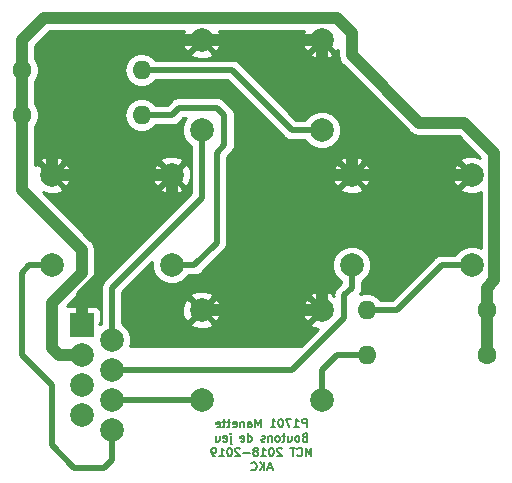
<source format=gbr>
G04 #@! TF.GenerationSoftware,KiCad,Pcbnew,(5.0.0)*
G04 #@! TF.CreationDate,2019-05-16T14:07:55+02:00*
G04 #@! TF.ProjectId,manette_2019_boutons,6D616E657474655F323031395F626F75,rev?*
G04 #@! TF.SameCoordinates,Original*
G04 #@! TF.FileFunction,Copper,L2,Bot,Signal*
G04 #@! TF.FilePolarity,Positive*
%FSLAX46Y46*%
G04 Gerber Fmt 4.6, Leading zero omitted, Abs format (unit mm)*
G04 Created by KiCad (PCBNEW (5.0.0)) date 05/16/19 14:07:55*
%MOMM*%
%LPD*%
G01*
G04 APERTURE LIST*
G04 #@! TA.AperFunction,NonConductor*
%ADD10C,0.175000*%
G04 #@! TD*
G04 #@! TA.AperFunction,ComponentPad*
%ADD11C,1.600000*%
G04 #@! TD*
G04 #@! TA.AperFunction,ComponentPad*
%ADD12O,1.600000X1.600000*%
G04 #@! TD*
G04 #@! TA.AperFunction,ComponentPad*
%ADD13C,2.000000*%
G04 #@! TD*
G04 #@! TA.AperFunction,ComponentPad*
%ADD14R,2.000000X2.000000*%
G04 #@! TD*
G04 #@! TA.AperFunction,Conductor*
%ADD15C,1.000000*%
G04 #@! TD*
G04 #@! TA.AperFunction,Conductor*
%ADD16C,0.500000*%
G04 #@! TD*
G04 #@! TA.AperFunction,Conductor*
%ADD17C,0.254000*%
G04 #@! TD*
G04 APERTURE END LIST*
D10*
X161296666Y-105159166D02*
X161296666Y-104459166D01*
X161030000Y-104459166D01*
X160963333Y-104492500D01*
X160930000Y-104525833D01*
X160896666Y-104592500D01*
X160896666Y-104692500D01*
X160930000Y-104759166D01*
X160963333Y-104792500D01*
X161030000Y-104825833D01*
X161296666Y-104825833D01*
X160230000Y-105159166D02*
X160630000Y-105159166D01*
X160430000Y-105159166D02*
X160430000Y-104459166D01*
X160496666Y-104559166D01*
X160563333Y-104625833D01*
X160630000Y-104659166D01*
X159996666Y-104459166D02*
X159530000Y-104459166D01*
X159830000Y-105159166D01*
X159130000Y-104459166D02*
X159063333Y-104459166D01*
X158996666Y-104492500D01*
X158963333Y-104525833D01*
X158930000Y-104592500D01*
X158896666Y-104725833D01*
X158896666Y-104892500D01*
X158930000Y-105025833D01*
X158963333Y-105092500D01*
X158996666Y-105125833D01*
X159063333Y-105159166D01*
X159130000Y-105159166D01*
X159196666Y-105125833D01*
X159230000Y-105092500D01*
X159263333Y-105025833D01*
X159296666Y-104892500D01*
X159296666Y-104725833D01*
X159263333Y-104592500D01*
X159230000Y-104525833D01*
X159196666Y-104492500D01*
X159130000Y-104459166D01*
X158230000Y-105159166D02*
X158630000Y-105159166D01*
X158430000Y-105159166D02*
X158430000Y-104459166D01*
X158496666Y-104559166D01*
X158563333Y-104625833D01*
X158630000Y-104659166D01*
X157396666Y-105159166D02*
X157396666Y-104459166D01*
X157163333Y-104959166D01*
X156930000Y-104459166D01*
X156930000Y-105159166D01*
X156296666Y-105159166D02*
X156296666Y-104792500D01*
X156330000Y-104725833D01*
X156396666Y-104692500D01*
X156530000Y-104692500D01*
X156596666Y-104725833D01*
X156296666Y-105125833D02*
X156363333Y-105159166D01*
X156530000Y-105159166D01*
X156596666Y-105125833D01*
X156630000Y-105059166D01*
X156630000Y-104992500D01*
X156596666Y-104925833D01*
X156530000Y-104892500D01*
X156363333Y-104892500D01*
X156296666Y-104859166D01*
X155963333Y-104692500D02*
X155963333Y-105159166D01*
X155963333Y-104759166D02*
X155930000Y-104725833D01*
X155863333Y-104692500D01*
X155763333Y-104692500D01*
X155696666Y-104725833D01*
X155663333Y-104792500D01*
X155663333Y-105159166D01*
X155063333Y-105125833D02*
X155130000Y-105159166D01*
X155263333Y-105159166D01*
X155330000Y-105125833D01*
X155363333Y-105059166D01*
X155363333Y-104792500D01*
X155330000Y-104725833D01*
X155263333Y-104692500D01*
X155130000Y-104692500D01*
X155063333Y-104725833D01*
X155030000Y-104792500D01*
X155030000Y-104859166D01*
X155363333Y-104925833D01*
X154830000Y-104692500D02*
X154563333Y-104692500D01*
X154730000Y-104459166D02*
X154730000Y-105059166D01*
X154696666Y-105125833D01*
X154630000Y-105159166D01*
X154563333Y-105159166D01*
X154430000Y-104692500D02*
X154163333Y-104692500D01*
X154330000Y-104459166D02*
X154330000Y-105059166D01*
X154296666Y-105125833D01*
X154230000Y-105159166D01*
X154163333Y-105159166D01*
X153663333Y-105125833D02*
X153730000Y-105159166D01*
X153863333Y-105159166D01*
X153930000Y-105125833D01*
X153963333Y-105059166D01*
X153963333Y-104792500D01*
X153930000Y-104725833D01*
X153863333Y-104692500D01*
X153730000Y-104692500D01*
X153663333Y-104725833D01*
X153630000Y-104792500D01*
X153630000Y-104859166D01*
X153963333Y-104925833D01*
X161113333Y-106017500D02*
X161013333Y-106050833D01*
X160980000Y-106084166D01*
X160946666Y-106150833D01*
X160946666Y-106250833D01*
X160980000Y-106317500D01*
X161013333Y-106350833D01*
X161080000Y-106384166D01*
X161346666Y-106384166D01*
X161346666Y-105684166D01*
X161113333Y-105684166D01*
X161046666Y-105717500D01*
X161013333Y-105750833D01*
X160980000Y-105817500D01*
X160980000Y-105884166D01*
X161013333Y-105950833D01*
X161046666Y-105984166D01*
X161113333Y-106017500D01*
X161346666Y-106017500D01*
X160546666Y-106384166D02*
X160613333Y-106350833D01*
X160646666Y-106317500D01*
X160680000Y-106250833D01*
X160680000Y-106050833D01*
X160646666Y-105984166D01*
X160613333Y-105950833D01*
X160546666Y-105917500D01*
X160446666Y-105917500D01*
X160380000Y-105950833D01*
X160346666Y-105984166D01*
X160313333Y-106050833D01*
X160313333Y-106250833D01*
X160346666Y-106317500D01*
X160380000Y-106350833D01*
X160446666Y-106384166D01*
X160546666Y-106384166D01*
X159713333Y-105917500D02*
X159713333Y-106384166D01*
X160013333Y-105917500D02*
X160013333Y-106284166D01*
X159980000Y-106350833D01*
X159913333Y-106384166D01*
X159813333Y-106384166D01*
X159746666Y-106350833D01*
X159713333Y-106317500D01*
X159480000Y-105917500D02*
X159213333Y-105917500D01*
X159380000Y-105684166D02*
X159380000Y-106284166D01*
X159346666Y-106350833D01*
X159280000Y-106384166D01*
X159213333Y-106384166D01*
X158880000Y-106384166D02*
X158946666Y-106350833D01*
X158980000Y-106317500D01*
X159013333Y-106250833D01*
X159013333Y-106050833D01*
X158980000Y-105984166D01*
X158946666Y-105950833D01*
X158880000Y-105917500D01*
X158780000Y-105917500D01*
X158713333Y-105950833D01*
X158680000Y-105984166D01*
X158646666Y-106050833D01*
X158646666Y-106250833D01*
X158680000Y-106317500D01*
X158713333Y-106350833D01*
X158780000Y-106384166D01*
X158880000Y-106384166D01*
X158346666Y-105917500D02*
X158346666Y-106384166D01*
X158346666Y-105984166D02*
X158313333Y-105950833D01*
X158246666Y-105917500D01*
X158146666Y-105917500D01*
X158080000Y-105950833D01*
X158046666Y-106017500D01*
X158046666Y-106384166D01*
X157746666Y-106350833D02*
X157680000Y-106384166D01*
X157546666Y-106384166D01*
X157480000Y-106350833D01*
X157446666Y-106284166D01*
X157446666Y-106250833D01*
X157480000Y-106184166D01*
X157546666Y-106150833D01*
X157646666Y-106150833D01*
X157713333Y-106117500D01*
X157746666Y-106050833D01*
X157746666Y-106017500D01*
X157713333Y-105950833D01*
X157646666Y-105917500D01*
X157546666Y-105917500D01*
X157480000Y-105950833D01*
X156313333Y-106384166D02*
X156313333Y-105684166D01*
X156313333Y-106350833D02*
X156380000Y-106384166D01*
X156513333Y-106384166D01*
X156580000Y-106350833D01*
X156613333Y-106317500D01*
X156646666Y-106250833D01*
X156646666Y-106050833D01*
X156613333Y-105984166D01*
X156580000Y-105950833D01*
X156513333Y-105917500D01*
X156380000Y-105917500D01*
X156313333Y-105950833D01*
X155713333Y-106350833D02*
X155780000Y-106384166D01*
X155913333Y-106384166D01*
X155980000Y-106350833D01*
X156013333Y-106284166D01*
X156013333Y-106017500D01*
X155980000Y-105950833D01*
X155913333Y-105917500D01*
X155780000Y-105917500D01*
X155713333Y-105950833D01*
X155680000Y-106017500D01*
X155680000Y-106084166D01*
X156013333Y-106150833D01*
X154846666Y-105917500D02*
X154846666Y-106517500D01*
X154880000Y-106584166D01*
X154946666Y-106617500D01*
X154980000Y-106617500D01*
X154846666Y-105684166D02*
X154880000Y-105717500D01*
X154846666Y-105750833D01*
X154813333Y-105717500D01*
X154846666Y-105684166D01*
X154846666Y-105750833D01*
X154246666Y-106350833D02*
X154313333Y-106384166D01*
X154446666Y-106384166D01*
X154513333Y-106350833D01*
X154546666Y-106284166D01*
X154546666Y-106017500D01*
X154513333Y-105950833D01*
X154446666Y-105917500D01*
X154313333Y-105917500D01*
X154246666Y-105950833D01*
X154213333Y-106017500D01*
X154213333Y-106084166D01*
X154546666Y-106150833D01*
X153613333Y-105917500D02*
X153613333Y-106384166D01*
X153913333Y-105917500D02*
X153913333Y-106284166D01*
X153880000Y-106350833D01*
X153813333Y-106384166D01*
X153713333Y-106384166D01*
X153646666Y-106350833D01*
X153613333Y-106317500D01*
X161696666Y-107609166D02*
X161696666Y-106909166D01*
X161463333Y-107409166D01*
X161230000Y-106909166D01*
X161230000Y-107609166D01*
X160496666Y-107542500D02*
X160530000Y-107575833D01*
X160630000Y-107609166D01*
X160696666Y-107609166D01*
X160796666Y-107575833D01*
X160863333Y-107509166D01*
X160896666Y-107442500D01*
X160930000Y-107309166D01*
X160930000Y-107209166D01*
X160896666Y-107075833D01*
X160863333Y-107009166D01*
X160796666Y-106942500D01*
X160696666Y-106909166D01*
X160630000Y-106909166D01*
X160530000Y-106942500D01*
X160496666Y-106975833D01*
X160296666Y-106909166D02*
X159896666Y-106909166D01*
X160096666Y-107609166D02*
X160096666Y-106909166D01*
X159163333Y-106975833D02*
X159130000Y-106942500D01*
X159063333Y-106909166D01*
X158896666Y-106909166D01*
X158830000Y-106942500D01*
X158796666Y-106975833D01*
X158763333Y-107042500D01*
X158763333Y-107109166D01*
X158796666Y-107209166D01*
X159196666Y-107609166D01*
X158763333Y-107609166D01*
X158330000Y-106909166D02*
X158263333Y-106909166D01*
X158196666Y-106942500D01*
X158163333Y-106975833D01*
X158130000Y-107042500D01*
X158096666Y-107175833D01*
X158096666Y-107342500D01*
X158130000Y-107475833D01*
X158163333Y-107542500D01*
X158196666Y-107575833D01*
X158263333Y-107609166D01*
X158330000Y-107609166D01*
X158396666Y-107575833D01*
X158430000Y-107542500D01*
X158463333Y-107475833D01*
X158496666Y-107342500D01*
X158496666Y-107175833D01*
X158463333Y-107042500D01*
X158430000Y-106975833D01*
X158396666Y-106942500D01*
X158330000Y-106909166D01*
X157430000Y-107609166D02*
X157830000Y-107609166D01*
X157630000Y-107609166D02*
X157630000Y-106909166D01*
X157696666Y-107009166D01*
X157763333Y-107075833D01*
X157830000Y-107109166D01*
X157030000Y-107209166D02*
X157096666Y-107175833D01*
X157130000Y-107142500D01*
X157163333Y-107075833D01*
X157163333Y-107042500D01*
X157130000Y-106975833D01*
X157096666Y-106942500D01*
X157030000Y-106909166D01*
X156896666Y-106909166D01*
X156830000Y-106942500D01*
X156796666Y-106975833D01*
X156763333Y-107042500D01*
X156763333Y-107075833D01*
X156796666Y-107142500D01*
X156830000Y-107175833D01*
X156896666Y-107209166D01*
X157030000Y-107209166D01*
X157096666Y-107242500D01*
X157130000Y-107275833D01*
X157163333Y-107342500D01*
X157163333Y-107475833D01*
X157130000Y-107542500D01*
X157096666Y-107575833D01*
X157030000Y-107609166D01*
X156896666Y-107609166D01*
X156830000Y-107575833D01*
X156796666Y-107542500D01*
X156763333Y-107475833D01*
X156763333Y-107342500D01*
X156796666Y-107275833D01*
X156830000Y-107242500D01*
X156896666Y-107209166D01*
X156463333Y-107342500D02*
X155930000Y-107342500D01*
X155630000Y-106975833D02*
X155596666Y-106942500D01*
X155530000Y-106909166D01*
X155363333Y-106909166D01*
X155296666Y-106942500D01*
X155263333Y-106975833D01*
X155230000Y-107042500D01*
X155230000Y-107109166D01*
X155263333Y-107209166D01*
X155663333Y-107609166D01*
X155230000Y-107609166D01*
X154796666Y-106909166D02*
X154730000Y-106909166D01*
X154663333Y-106942500D01*
X154630000Y-106975833D01*
X154596666Y-107042500D01*
X154563333Y-107175833D01*
X154563333Y-107342500D01*
X154596666Y-107475833D01*
X154630000Y-107542500D01*
X154663333Y-107575833D01*
X154730000Y-107609166D01*
X154796666Y-107609166D01*
X154863333Y-107575833D01*
X154896666Y-107542500D01*
X154930000Y-107475833D01*
X154963333Y-107342500D01*
X154963333Y-107175833D01*
X154930000Y-107042500D01*
X154896666Y-106975833D01*
X154863333Y-106942500D01*
X154796666Y-106909166D01*
X153896666Y-107609166D02*
X154296666Y-107609166D01*
X154096666Y-107609166D02*
X154096666Y-106909166D01*
X154163333Y-107009166D01*
X154230000Y-107075833D01*
X154296666Y-107109166D01*
X153563333Y-107609166D02*
X153430000Y-107609166D01*
X153363333Y-107575833D01*
X153330000Y-107542500D01*
X153263333Y-107442500D01*
X153230000Y-107309166D01*
X153230000Y-107042500D01*
X153263333Y-106975833D01*
X153296666Y-106942500D01*
X153363333Y-106909166D01*
X153496666Y-106909166D01*
X153563333Y-106942500D01*
X153596666Y-106975833D01*
X153630000Y-107042500D01*
X153630000Y-107209166D01*
X153596666Y-107275833D01*
X153563333Y-107309166D01*
X153496666Y-107342500D01*
X153363333Y-107342500D01*
X153296666Y-107309166D01*
X153263333Y-107275833D01*
X153230000Y-107209166D01*
X158346666Y-108634166D02*
X158013333Y-108634166D01*
X158413333Y-108834166D02*
X158180000Y-108134166D01*
X157946666Y-108834166D01*
X157713333Y-108834166D02*
X157713333Y-108134166D01*
X157313333Y-108834166D02*
X157613333Y-108434166D01*
X157313333Y-108134166D02*
X157713333Y-108534166D01*
X156613333Y-108767500D02*
X156646666Y-108800833D01*
X156746666Y-108834166D01*
X156813333Y-108834166D01*
X156913333Y-108800833D01*
X156980000Y-108734166D01*
X157013333Y-108667500D01*
X157046666Y-108534166D01*
X157046666Y-108434166D01*
X157013333Y-108300833D01*
X156980000Y-108234166D01*
X156913333Y-108167500D01*
X156813333Y-108134166D01*
X156746666Y-108134166D01*
X156646666Y-108167500D01*
X156613333Y-108200833D01*
D11*
G04 #@! TO.P,R1,1*
G04 #@! TO.N,Vcc_LED*
X137160000Y-78740000D03*
D12*
G04 #@! TO.P,R1,2*
G04 #@! TO.N,Net-(R1-Pad2)*
X147320000Y-78740000D03*
G04 #@! TD*
G04 #@! TO.P,R2,2*
G04 #@! TO.N,Net-(R2-Pad2)*
X166370000Y-99060000D03*
D11*
G04 #@! TO.P,R2,1*
G04 #@! TO.N,Vcc_LED*
X176530000Y-99060000D03*
G04 #@! TD*
G04 #@! TO.P,R3,1*
G04 #@! TO.N,Vcc_LED*
X176530000Y-95250000D03*
D12*
G04 #@! TO.P,R3,2*
G04 #@! TO.N,Net-(R3-Pad2)*
X166370000Y-95250000D03*
G04 #@! TD*
G04 #@! TO.P,R4,2*
G04 #@! TO.N,Net-(R4-Pad2)*
X147320000Y-74930000D03*
D11*
G04 #@! TO.P,R4,1*
G04 #@! TO.N,Vcc_LED*
X137160000Y-74930000D03*
G04 #@! TD*
D13*
G04 #@! TO.P,SW1,1*
G04 #@! TO.N,GND*
X149860000Y-83820000D03*
G04 #@! TO.P,SW1,2*
X139700000Y-83820000D03*
G04 #@! TO.P,SW1,3*
G04 #@! TO.N,Net-(R1-Pad2)*
X149860000Y-91440000D03*
G04 #@! TO.P,SW1,4*
G04 #@! TO.N,Bouton_Gauche*
X139700000Y-91440000D03*
G04 #@! TD*
G04 #@! TO.P,SW2,1*
G04 #@! TO.N,GND*
X162560000Y-95250000D03*
G04 #@! TO.P,SW2,2*
X152400000Y-95250000D03*
G04 #@! TO.P,SW2,3*
G04 #@! TO.N,Net-(R2-Pad2)*
X162560000Y-102870000D03*
G04 #@! TO.P,SW2,4*
G04 #@! TO.N,Bouton_Bas*
X152400000Y-102870000D03*
G04 #@! TD*
G04 #@! TO.P,SW3,1*
G04 #@! TO.N,GND*
X175260000Y-83820000D03*
G04 #@! TO.P,SW3,2*
X165100000Y-83820000D03*
G04 #@! TO.P,SW3,3*
G04 #@! TO.N,Net-(R3-Pad2)*
X175260000Y-91440000D03*
G04 #@! TO.P,SW3,4*
G04 #@! TO.N,Bouton_Droite*
X165100000Y-91440000D03*
G04 #@! TD*
G04 #@! TO.P,SW4,1*
G04 #@! TO.N,GND*
X162560000Y-72390000D03*
G04 #@! TO.P,SW4,2*
X152400000Y-72390000D03*
G04 #@! TO.P,SW4,3*
G04 #@! TO.N,Net-(R4-Pad2)*
X162560000Y-80010000D03*
G04 #@! TO.P,SW4,4*
G04 #@! TO.N,Bouton_Haut*
X152400000Y-80010000D03*
G04 #@! TD*
D14*
G04 #@! TO.P,J1,1*
G04 #@! TO.N,GND*
X142240000Y-96520000D03*
D13*
G04 #@! TO.P,J1,2*
G04 #@! TO.N,Bouton_Haut*
X144780000Y-97790000D03*
G04 #@! TO.P,J1,3*
G04 #@! TO.N,Vcc_LED*
X142240000Y-99060000D03*
G04 #@! TO.P,J1,4*
G04 #@! TO.N,Bouton_Droite*
X144780000Y-100330000D03*
G04 #@! TO.P,J1,5*
G04 #@! TO.N,Net-(J1-Pad5)*
X142240000Y-101600000D03*
G04 #@! TO.P,J1,6*
G04 #@! TO.N,Bouton_Bas*
X144780000Y-102870000D03*
G04 #@! TO.P,J1,7*
G04 #@! TO.N,Net-(J1-Pad7)*
X142240000Y-104140000D03*
G04 #@! TO.P,J1,8*
G04 #@! TO.N,Bouton_Gauche*
X144780000Y-105410000D03*
G04 #@! TD*
D15*
G04 #@! TO.N,GND*
X152400000Y-72390000D02*
X162560000Y-72390000D01*
X152400000Y-95250000D02*
X162560000Y-95250000D01*
X139700000Y-83820000D02*
X149860000Y-83820000D01*
X165100000Y-83820000D02*
X175260000Y-83820000D01*
X162560000Y-95250000D02*
X162560000Y-84455000D01*
X163195000Y-83820000D02*
X165100000Y-83820000D01*
X162560000Y-84455000D02*
X163195000Y-83820000D01*
X152400000Y-72390000D02*
X145415000Y-72390000D01*
X139700000Y-78105000D02*
X139700000Y-83820000D01*
X145415000Y-72390000D02*
X139700000Y-78105000D01*
X162560000Y-74930000D02*
X162560000Y-72390000D01*
X162560000Y-76200000D02*
X162560000Y-74930000D01*
X165100000Y-83820000D02*
X165100000Y-78740000D01*
X165100000Y-78740000D02*
X162560000Y-76200000D01*
X149860000Y-86360000D02*
X149860000Y-83820000D01*
X142240000Y-96520000D02*
X142240000Y-93980000D01*
X142240000Y-93980000D02*
X149860000Y-86360000D01*
D16*
G04 #@! TO.N,Net-(R1-Pad2)*
X149860000Y-78740000D02*
X147320000Y-78740000D01*
X153670000Y-78105000D02*
X150495000Y-78105000D01*
X151765000Y-91440000D02*
X153670000Y-89535000D01*
X149860000Y-91440000D02*
X151765000Y-91440000D01*
X153670000Y-89535000D02*
X153670000Y-81915000D01*
X150495000Y-78105000D02*
X149860000Y-78740000D01*
X153670000Y-81915000D02*
X154305000Y-81280000D01*
X154305000Y-81280000D02*
X154305000Y-78740000D01*
X154305000Y-78740000D02*
X153670000Y-78105000D01*
G04 #@! TO.N,Net-(R2-Pad2)*
X166370000Y-99060000D02*
X163830000Y-99060000D01*
X162560000Y-100330000D02*
X162560000Y-102870000D01*
X163830000Y-99060000D02*
X162560000Y-100330000D01*
G04 #@! TO.N,Net-(R3-Pad2)*
X166370000Y-95250000D02*
X168910000Y-95250000D01*
X172720000Y-91440000D02*
X175260000Y-91440000D01*
X168910000Y-95250000D02*
X172720000Y-91440000D01*
G04 #@! TO.N,Net-(R4-Pad2)*
X154940000Y-74930000D02*
X147320000Y-74930000D01*
X160020000Y-80010000D02*
X154940000Y-74930000D01*
X162560000Y-80010000D02*
X160020000Y-80010000D01*
D15*
G04 #@! TO.N,Vcc_LED*
X137160000Y-78740000D02*
X137160000Y-74930000D01*
X176530000Y-99060000D02*
X176530000Y-95250000D01*
X137160000Y-85090000D02*
X137160000Y-78740000D01*
X140335000Y-99060000D02*
X139700000Y-98425000D01*
X142240000Y-99060000D02*
X140335000Y-99060000D01*
X139700000Y-98425000D02*
X139700000Y-94615000D01*
X139700000Y-94615000D02*
X142240000Y-92075000D01*
X142240000Y-92075000D02*
X142240000Y-90170000D01*
X142240000Y-90170000D02*
X137160000Y-85090000D01*
X139065000Y-70485000D02*
X137160000Y-72390000D01*
X163830000Y-70485000D02*
X139065000Y-70485000D01*
X165100000Y-73660000D02*
X165100000Y-71755000D01*
X176530000Y-93345000D02*
X177165000Y-92710000D01*
X165100000Y-71755000D02*
X163830000Y-70485000D01*
X176530000Y-95250000D02*
X176530000Y-93345000D01*
X177165000Y-92710000D02*
X177165000Y-81915000D01*
X177165000Y-81915000D02*
X174625000Y-79375000D01*
X174625000Y-79375000D02*
X170815000Y-79375000D01*
X137160000Y-72390000D02*
X137160000Y-74930000D01*
X170815000Y-79375000D02*
X165100000Y-73660000D01*
D16*
G04 #@! TO.N,Bouton_Haut*
X144780000Y-97790000D02*
X144780000Y-93345000D01*
X152400000Y-85725000D02*
X152400000Y-80010000D01*
X144780000Y-93345000D02*
X152400000Y-85725000D01*
G04 #@! TO.N,Bouton_Droite*
X165100000Y-93345000D02*
X165100000Y-91440000D01*
X164465000Y-93980000D02*
X165100000Y-93345000D01*
X164465000Y-95885000D02*
X164465000Y-93980000D01*
X144780000Y-100330000D02*
X160020000Y-100330000D01*
X160020000Y-100330000D02*
X164465000Y-95885000D01*
G04 #@! TO.N,Bouton_Bas*
X152400000Y-102870000D02*
X144780000Y-102870000D01*
G04 #@! TO.N,Bouton_Gauche*
X137795000Y-91440000D02*
X139700000Y-91440000D01*
X144780000Y-107950000D02*
X144145000Y-108585000D01*
X144780000Y-105410000D02*
X144780000Y-107950000D01*
X144145000Y-108585000D02*
X141605000Y-108585000D01*
X137160000Y-92075000D02*
X137795000Y-91440000D01*
X137160000Y-92075000D02*
X137160000Y-99060000D01*
X137160000Y-99060000D02*
X139700000Y-101600000D01*
X139700000Y-101600000D02*
X139700000Y-106680000D01*
X139700000Y-106680000D02*
X141605000Y-108585000D01*
G04 #@! TD*
D17*
G04 #@! TO.N,GND*
G36*
X150754092Y-72125461D02*
X150778144Y-72775460D01*
X150980613Y-73264264D01*
X151247468Y-73362927D01*
X152220395Y-72390000D01*
X152206253Y-72375858D01*
X152385858Y-72196253D01*
X152400000Y-72210395D01*
X152414143Y-72196253D01*
X152593748Y-72375858D01*
X152579605Y-72390000D01*
X153552532Y-73362927D01*
X153819387Y-73264264D01*
X154045908Y-72654539D01*
X154021856Y-72004540D01*
X153862575Y-71620000D01*
X161101878Y-71620000D01*
X160914092Y-72125461D01*
X160938144Y-72775460D01*
X161140613Y-73264264D01*
X161407468Y-73362927D01*
X162380395Y-72390000D01*
X162366253Y-72375858D01*
X162545858Y-72196253D01*
X162560000Y-72210395D01*
X162574143Y-72196253D01*
X162753748Y-72375858D01*
X162739605Y-72390000D01*
X163712532Y-73362927D01*
X163965000Y-73269583D01*
X163965000Y-73548216D01*
X163942765Y-73660000D01*
X164012753Y-74011856D01*
X164030854Y-74102854D01*
X164281711Y-74478289D01*
X164376482Y-74541613D01*
X169933390Y-80098523D01*
X169996711Y-80193289D01*
X170091476Y-80256609D01*
X170372145Y-80444146D01*
X170815000Y-80532235D01*
X170926783Y-80510000D01*
X174154869Y-80510000D01*
X175993000Y-82348131D01*
X175524539Y-82174092D01*
X174874540Y-82198144D01*
X174385736Y-82400613D01*
X174287073Y-82667468D01*
X175260000Y-83640395D01*
X175274143Y-83626253D01*
X175453748Y-83805858D01*
X175439605Y-83820000D01*
X175453748Y-83834143D01*
X175274143Y-84013748D01*
X175260000Y-83999605D01*
X174287073Y-84972532D01*
X174385736Y-85239387D01*
X174995461Y-85465908D01*
X175645460Y-85441856D01*
X176030001Y-85282574D01*
X176030000Y-89989233D01*
X175585222Y-89805000D01*
X174934778Y-89805000D01*
X174333847Y-90053914D01*
X173873914Y-90513847D01*
X173856868Y-90555000D01*
X172807161Y-90555000D01*
X172720000Y-90537663D01*
X172632839Y-90555000D01*
X172632835Y-90555000D01*
X172374690Y-90606348D01*
X172155845Y-90752576D01*
X172155844Y-90752577D01*
X172081951Y-90801951D01*
X172032577Y-90875844D01*
X168543422Y-94365000D01*
X167504521Y-94365000D01*
X167404577Y-94215423D01*
X166929909Y-93898260D01*
X166511333Y-93815000D01*
X166228667Y-93815000D01*
X165810091Y-93898260D01*
X165782292Y-93916834D01*
X165798329Y-93892835D01*
X165933652Y-93690310D01*
X165944715Y-93634690D01*
X165985000Y-93432165D01*
X165985000Y-93432161D01*
X166002337Y-93345000D01*
X165985000Y-93257839D01*
X165985000Y-92843132D01*
X166026153Y-92826086D01*
X166486086Y-92366153D01*
X166735000Y-91765222D01*
X166735000Y-91114778D01*
X166486086Y-90513847D01*
X166026153Y-90053914D01*
X165425222Y-89805000D01*
X164774778Y-89805000D01*
X164173847Y-90053914D01*
X163713914Y-90513847D01*
X163465000Y-91114778D01*
X163465000Y-91765222D01*
X163713914Y-92366153D01*
X164173847Y-92826086D01*
X164215000Y-92843132D01*
X164215000Y-92978421D01*
X163900844Y-93292577D01*
X163826952Y-93341951D01*
X163777578Y-93415844D01*
X163777576Y-93415846D01*
X163631348Y-93634691D01*
X163562663Y-93980000D01*
X163577218Y-94053174D01*
X163532926Y-94097466D01*
X163434264Y-93830613D01*
X162824539Y-93604092D01*
X162174540Y-93628144D01*
X161685736Y-93830613D01*
X161587073Y-94097468D01*
X162560000Y-95070395D01*
X162574143Y-95056253D01*
X162753748Y-95235858D01*
X162739605Y-95250000D01*
X162753748Y-95264143D01*
X162574143Y-95443748D01*
X162560000Y-95429605D01*
X161587073Y-96402532D01*
X161685736Y-96669387D01*
X162227691Y-96870730D01*
X160800421Y-98298000D01*
X146339291Y-98298000D01*
X146415000Y-98115222D01*
X146415000Y-97464778D01*
X146166086Y-96863847D01*
X145706153Y-96403914D01*
X145702817Y-96402532D01*
X151427073Y-96402532D01*
X151525736Y-96669387D01*
X152135461Y-96895908D01*
X152785460Y-96871856D01*
X153274264Y-96669387D01*
X153372927Y-96402532D01*
X152400000Y-95429605D01*
X151427073Y-96402532D01*
X145702817Y-96402532D01*
X145665000Y-96386868D01*
X145665000Y-94985461D01*
X150754092Y-94985461D01*
X150778144Y-95635460D01*
X150980613Y-96124264D01*
X151247468Y-96222927D01*
X152220395Y-95250000D01*
X152579605Y-95250000D01*
X153552532Y-96222927D01*
X153819387Y-96124264D01*
X154045908Y-95514539D01*
X154026331Y-94985461D01*
X160914092Y-94985461D01*
X160938144Y-95635460D01*
X161140613Y-96124264D01*
X161407468Y-96222927D01*
X162380395Y-95250000D01*
X161407468Y-94277073D01*
X161140613Y-94375736D01*
X160914092Y-94985461D01*
X154026331Y-94985461D01*
X154021856Y-94864540D01*
X153819387Y-94375736D01*
X153552532Y-94277073D01*
X152579605Y-95250000D01*
X152220395Y-95250000D01*
X151247468Y-94277073D01*
X150980613Y-94375736D01*
X150754092Y-94985461D01*
X145665000Y-94985461D01*
X145665000Y-94097468D01*
X151427073Y-94097468D01*
X152400000Y-95070395D01*
X153372927Y-94097468D01*
X153274264Y-93830613D01*
X152664539Y-93604092D01*
X152014540Y-93628144D01*
X151525736Y-93830613D01*
X151427073Y-94097468D01*
X145665000Y-94097468D01*
X145665000Y-93711578D01*
X148225000Y-91151578D01*
X148225000Y-91765222D01*
X148473914Y-92366153D01*
X148933847Y-92826086D01*
X149534778Y-93075000D01*
X150185222Y-93075000D01*
X150786153Y-92826086D01*
X151246086Y-92366153D01*
X151263132Y-92325000D01*
X151677839Y-92325000D01*
X151765000Y-92342337D01*
X151852161Y-92325000D01*
X151852165Y-92325000D01*
X152110310Y-92273652D01*
X152403049Y-92078049D01*
X152452425Y-92004153D01*
X154234156Y-90222423D01*
X154308049Y-90173049D01*
X154503652Y-89880310D01*
X154555000Y-89622165D01*
X154555000Y-89622161D01*
X154572337Y-89535000D01*
X154555000Y-89447839D01*
X154555000Y-84972532D01*
X164127073Y-84972532D01*
X164225736Y-85239387D01*
X164835461Y-85465908D01*
X165485460Y-85441856D01*
X165974264Y-85239387D01*
X166072927Y-84972532D01*
X165100000Y-83999605D01*
X164127073Y-84972532D01*
X154555000Y-84972532D01*
X154555000Y-83555461D01*
X163454092Y-83555461D01*
X163478144Y-84205460D01*
X163680613Y-84694264D01*
X163947468Y-84792927D01*
X164920395Y-83820000D01*
X165279605Y-83820000D01*
X166252532Y-84792927D01*
X166519387Y-84694264D01*
X166745908Y-84084539D01*
X166726331Y-83555461D01*
X173614092Y-83555461D01*
X173638144Y-84205460D01*
X173840613Y-84694264D01*
X174107468Y-84792927D01*
X175080395Y-83820000D01*
X174107468Y-82847073D01*
X173840613Y-82945736D01*
X173614092Y-83555461D01*
X166726331Y-83555461D01*
X166721856Y-83434540D01*
X166519387Y-82945736D01*
X166252532Y-82847073D01*
X165279605Y-83820000D01*
X164920395Y-83820000D01*
X163947468Y-82847073D01*
X163680613Y-82945736D01*
X163454092Y-83555461D01*
X154555000Y-83555461D01*
X154555000Y-82667468D01*
X164127073Y-82667468D01*
X165100000Y-83640395D01*
X166072927Y-82667468D01*
X165974264Y-82400613D01*
X165364539Y-82174092D01*
X164714540Y-82198144D01*
X164225736Y-82400613D01*
X164127073Y-82667468D01*
X154555000Y-82667468D01*
X154555000Y-82281578D01*
X154869156Y-81967423D01*
X154943049Y-81918049D01*
X155003329Y-81827835D01*
X155138652Y-81625310D01*
X155184247Y-81396086D01*
X155190000Y-81367165D01*
X155190000Y-81367161D01*
X155207337Y-81280000D01*
X155190000Y-81192839D01*
X155190000Y-78827161D01*
X155207337Y-78740000D01*
X155190000Y-78652839D01*
X155190000Y-78652835D01*
X155138652Y-78394690D01*
X154992424Y-78175845D01*
X154992423Y-78175844D01*
X154943049Y-78101951D01*
X154869156Y-78052577D01*
X154357425Y-77540846D01*
X154308049Y-77466951D01*
X154015310Y-77271348D01*
X153757165Y-77220000D01*
X153757161Y-77220000D01*
X153670000Y-77202663D01*
X153582839Y-77220000D01*
X150582161Y-77220000D01*
X150495000Y-77202663D01*
X150407839Y-77220000D01*
X150407835Y-77220000D01*
X150149690Y-77271348D01*
X149930845Y-77417576D01*
X149930844Y-77417577D01*
X149856951Y-77466951D01*
X149807577Y-77540844D01*
X149493422Y-77855000D01*
X148454521Y-77855000D01*
X148354577Y-77705423D01*
X147879909Y-77388260D01*
X147461333Y-77305000D01*
X147178667Y-77305000D01*
X146760091Y-77388260D01*
X146285423Y-77705423D01*
X145968260Y-78180091D01*
X145856887Y-78740000D01*
X145968260Y-79299909D01*
X146285423Y-79774577D01*
X146760091Y-80091740D01*
X147178667Y-80175000D01*
X147461333Y-80175000D01*
X147879909Y-80091740D01*
X148354577Y-79774577D01*
X148454521Y-79625000D01*
X149772839Y-79625000D01*
X149860000Y-79642337D01*
X149947161Y-79625000D01*
X149947165Y-79625000D01*
X150205310Y-79573652D01*
X150498049Y-79378049D01*
X150547425Y-79304154D01*
X150861579Y-78990000D01*
X151107761Y-78990000D01*
X151013914Y-79083847D01*
X150765000Y-79684778D01*
X150765000Y-80335222D01*
X151013914Y-80936153D01*
X151473847Y-81396086D01*
X151515001Y-81413132D01*
X151515000Y-85358421D01*
X144215845Y-92657577D01*
X144141952Y-92706951D01*
X144092578Y-92780844D01*
X144092576Y-92780846D01*
X143946348Y-92999691D01*
X143877663Y-93345000D01*
X143895001Y-93432164D01*
X143895000Y-96386868D01*
X143875000Y-96395152D01*
X143875000Y-96392998D01*
X143716252Y-96392998D01*
X143875000Y-96234250D01*
X143875000Y-95393691D01*
X143778327Y-95160302D01*
X143599699Y-94981673D01*
X143366310Y-94885000D01*
X142525750Y-94885000D01*
X142367000Y-95043750D01*
X142367000Y-96393000D01*
X142387000Y-96393000D01*
X142387000Y-96647000D01*
X142367000Y-96647000D01*
X142367000Y-96667000D01*
X142113000Y-96667000D01*
X142113000Y-96647000D01*
X142093000Y-96647000D01*
X142093000Y-96393000D01*
X142113000Y-96393000D01*
X142113000Y-95043750D01*
X141954250Y-94885000D01*
X141113690Y-94885000D01*
X140979582Y-94940550D01*
X142963521Y-92956610D01*
X143058289Y-92893289D01*
X143309146Y-92517855D01*
X143375000Y-92186783D01*
X143375000Y-92186782D01*
X143397235Y-92075001D01*
X143375000Y-91963219D01*
X143375000Y-90281783D01*
X143397235Y-90170000D01*
X143309146Y-89727145D01*
X143058289Y-89351711D01*
X142963521Y-89288389D01*
X138966999Y-85291868D01*
X139435461Y-85465908D01*
X140085460Y-85441856D01*
X140574264Y-85239387D01*
X140672927Y-84972532D01*
X148887073Y-84972532D01*
X148985736Y-85239387D01*
X149595461Y-85465908D01*
X150245460Y-85441856D01*
X150734264Y-85239387D01*
X150832927Y-84972532D01*
X149860000Y-83999605D01*
X148887073Y-84972532D01*
X140672927Y-84972532D01*
X139700000Y-83999605D01*
X139685858Y-84013748D01*
X139506253Y-83834143D01*
X139520395Y-83820000D01*
X139879605Y-83820000D01*
X140852532Y-84792927D01*
X141119387Y-84694264D01*
X141345908Y-84084539D01*
X141326331Y-83555461D01*
X148214092Y-83555461D01*
X148238144Y-84205460D01*
X148440613Y-84694264D01*
X148707468Y-84792927D01*
X149680395Y-83820000D01*
X150039605Y-83820000D01*
X151012532Y-84792927D01*
X151279387Y-84694264D01*
X151505908Y-84084539D01*
X151481856Y-83434540D01*
X151279387Y-82945736D01*
X151012532Y-82847073D01*
X150039605Y-83820000D01*
X149680395Y-83820000D01*
X148707468Y-82847073D01*
X148440613Y-82945736D01*
X148214092Y-83555461D01*
X141326331Y-83555461D01*
X141321856Y-83434540D01*
X141119387Y-82945736D01*
X140852532Y-82847073D01*
X139879605Y-83820000D01*
X139520395Y-83820000D01*
X138547468Y-82847073D01*
X138295000Y-82940417D01*
X138295000Y-82667468D01*
X138727073Y-82667468D01*
X139700000Y-83640395D01*
X140672927Y-82667468D01*
X148887073Y-82667468D01*
X149860000Y-83640395D01*
X150832927Y-82667468D01*
X150734264Y-82400613D01*
X150124539Y-82174092D01*
X149474540Y-82198144D01*
X148985736Y-82400613D01*
X148887073Y-82667468D01*
X140672927Y-82667468D01*
X140574264Y-82400613D01*
X139964539Y-82174092D01*
X139314540Y-82198144D01*
X138825736Y-82400613D01*
X138727073Y-82667468D01*
X138295000Y-82667468D01*
X138295000Y-79634396D01*
X138376534Y-79552862D01*
X138595000Y-79025439D01*
X138595000Y-78454561D01*
X138376534Y-77927138D01*
X138295000Y-77845604D01*
X138295000Y-75824396D01*
X138376534Y-75742862D01*
X138595000Y-75215439D01*
X138595000Y-74930000D01*
X145856887Y-74930000D01*
X145968260Y-75489909D01*
X146285423Y-75964577D01*
X146760091Y-76281740D01*
X147178667Y-76365000D01*
X147461333Y-76365000D01*
X147879909Y-76281740D01*
X148354577Y-75964577D01*
X148454521Y-75815000D01*
X154573422Y-75815000D01*
X159332577Y-80574156D01*
X159381951Y-80648049D01*
X159455844Y-80697423D01*
X159455845Y-80697424D01*
X159674690Y-80843652D01*
X159932835Y-80895000D01*
X159932839Y-80895000D01*
X160020000Y-80912337D01*
X160107161Y-80895000D01*
X161156868Y-80895000D01*
X161173914Y-80936153D01*
X161633847Y-81396086D01*
X162234778Y-81645000D01*
X162885222Y-81645000D01*
X163486153Y-81396086D01*
X163946086Y-80936153D01*
X164195000Y-80335222D01*
X164195000Y-79684778D01*
X163946086Y-79083847D01*
X163486153Y-78623914D01*
X162885222Y-78375000D01*
X162234778Y-78375000D01*
X161633847Y-78623914D01*
X161173914Y-79083847D01*
X161156868Y-79125000D01*
X160386579Y-79125000D01*
X155627425Y-74365847D01*
X155578049Y-74291951D01*
X155285310Y-74096348D01*
X155027165Y-74045000D01*
X155027161Y-74045000D01*
X154940000Y-74027663D01*
X154852839Y-74045000D01*
X148454521Y-74045000D01*
X148354577Y-73895423D01*
X147879909Y-73578260D01*
X147700293Y-73542532D01*
X151427073Y-73542532D01*
X151525736Y-73809387D01*
X152135461Y-74035908D01*
X152785460Y-74011856D01*
X153274264Y-73809387D01*
X153372927Y-73542532D01*
X161587073Y-73542532D01*
X161685736Y-73809387D01*
X162295461Y-74035908D01*
X162945460Y-74011856D01*
X163434264Y-73809387D01*
X163532927Y-73542532D01*
X162560000Y-72569605D01*
X161587073Y-73542532D01*
X153372927Y-73542532D01*
X152400000Y-72569605D01*
X151427073Y-73542532D01*
X147700293Y-73542532D01*
X147461333Y-73495000D01*
X147178667Y-73495000D01*
X146760091Y-73578260D01*
X146285423Y-73895423D01*
X145968260Y-74370091D01*
X145856887Y-74930000D01*
X138595000Y-74930000D01*
X138595000Y-74644561D01*
X138376534Y-74117138D01*
X138295000Y-74035604D01*
X138295000Y-72860131D01*
X139535132Y-71620000D01*
X150941878Y-71620000D01*
X150754092Y-72125461D01*
X150754092Y-72125461D01*
G37*
X150754092Y-72125461D02*
X150778144Y-72775460D01*
X150980613Y-73264264D01*
X151247468Y-73362927D01*
X152220395Y-72390000D01*
X152206253Y-72375858D01*
X152385858Y-72196253D01*
X152400000Y-72210395D01*
X152414143Y-72196253D01*
X152593748Y-72375858D01*
X152579605Y-72390000D01*
X153552532Y-73362927D01*
X153819387Y-73264264D01*
X154045908Y-72654539D01*
X154021856Y-72004540D01*
X153862575Y-71620000D01*
X161101878Y-71620000D01*
X160914092Y-72125461D01*
X160938144Y-72775460D01*
X161140613Y-73264264D01*
X161407468Y-73362927D01*
X162380395Y-72390000D01*
X162366253Y-72375858D01*
X162545858Y-72196253D01*
X162560000Y-72210395D01*
X162574143Y-72196253D01*
X162753748Y-72375858D01*
X162739605Y-72390000D01*
X163712532Y-73362927D01*
X163965000Y-73269583D01*
X163965000Y-73548216D01*
X163942765Y-73660000D01*
X164012753Y-74011856D01*
X164030854Y-74102854D01*
X164281711Y-74478289D01*
X164376482Y-74541613D01*
X169933390Y-80098523D01*
X169996711Y-80193289D01*
X170091476Y-80256609D01*
X170372145Y-80444146D01*
X170815000Y-80532235D01*
X170926783Y-80510000D01*
X174154869Y-80510000D01*
X175993000Y-82348131D01*
X175524539Y-82174092D01*
X174874540Y-82198144D01*
X174385736Y-82400613D01*
X174287073Y-82667468D01*
X175260000Y-83640395D01*
X175274143Y-83626253D01*
X175453748Y-83805858D01*
X175439605Y-83820000D01*
X175453748Y-83834143D01*
X175274143Y-84013748D01*
X175260000Y-83999605D01*
X174287073Y-84972532D01*
X174385736Y-85239387D01*
X174995461Y-85465908D01*
X175645460Y-85441856D01*
X176030001Y-85282574D01*
X176030000Y-89989233D01*
X175585222Y-89805000D01*
X174934778Y-89805000D01*
X174333847Y-90053914D01*
X173873914Y-90513847D01*
X173856868Y-90555000D01*
X172807161Y-90555000D01*
X172720000Y-90537663D01*
X172632839Y-90555000D01*
X172632835Y-90555000D01*
X172374690Y-90606348D01*
X172155845Y-90752576D01*
X172155844Y-90752577D01*
X172081951Y-90801951D01*
X172032577Y-90875844D01*
X168543422Y-94365000D01*
X167504521Y-94365000D01*
X167404577Y-94215423D01*
X166929909Y-93898260D01*
X166511333Y-93815000D01*
X166228667Y-93815000D01*
X165810091Y-93898260D01*
X165782292Y-93916834D01*
X165798329Y-93892835D01*
X165933652Y-93690310D01*
X165944715Y-93634690D01*
X165985000Y-93432165D01*
X165985000Y-93432161D01*
X166002337Y-93345000D01*
X165985000Y-93257839D01*
X165985000Y-92843132D01*
X166026153Y-92826086D01*
X166486086Y-92366153D01*
X166735000Y-91765222D01*
X166735000Y-91114778D01*
X166486086Y-90513847D01*
X166026153Y-90053914D01*
X165425222Y-89805000D01*
X164774778Y-89805000D01*
X164173847Y-90053914D01*
X163713914Y-90513847D01*
X163465000Y-91114778D01*
X163465000Y-91765222D01*
X163713914Y-92366153D01*
X164173847Y-92826086D01*
X164215000Y-92843132D01*
X164215000Y-92978421D01*
X163900844Y-93292577D01*
X163826952Y-93341951D01*
X163777578Y-93415844D01*
X163777576Y-93415846D01*
X163631348Y-93634691D01*
X163562663Y-93980000D01*
X163577218Y-94053174D01*
X163532926Y-94097466D01*
X163434264Y-93830613D01*
X162824539Y-93604092D01*
X162174540Y-93628144D01*
X161685736Y-93830613D01*
X161587073Y-94097468D01*
X162560000Y-95070395D01*
X162574143Y-95056253D01*
X162753748Y-95235858D01*
X162739605Y-95250000D01*
X162753748Y-95264143D01*
X162574143Y-95443748D01*
X162560000Y-95429605D01*
X161587073Y-96402532D01*
X161685736Y-96669387D01*
X162227691Y-96870730D01*
X160800421Y-98298000D01*
X146339291Y-98298000D01*
X146415000Y-98115222D01*
X146415000Y-97464778D01*
X146166086Y-96863847D01*
X145706153Y-96403914D01*
X145702817Y-96402532D01*
X151427073Y-96402532D01*
X151525736Y-96669387D01*
X152135461Y-96895908D01*
X152785460Y-96871856D01*
X153274264Y-96669387D01*
X153372927Y-96402532D01*
X152400000Y-95429605D01*
X151427073Y-96402532D01*
X145702817Y-96402532D01*
X145665000Y-96386868D01*
X145665000Y-94985461D01*
X150754092Y-94985461D01*
X150778144Y-95635460D01*
X150980613Y-96124264D01*
X151247468Y-96222927D01*
X152220395Y-95250000D01*
X152579605Y-95250000D01*
X153552532Y-96222927D01*
X153819387Y-96124264D01*
X154045908Y-95514539D01*
X154026331Y-94985461D01*
X160914092Y-94985461D01*
X160938144Y-95635460D01*
X161140613Y-96124264D01*
X161407468Y-96222927D01*
X162380395Y-95250000D01*
X161407468Y-94277073D01*
X161140613Y-94375736D01*
X160914092Y-94985461D01*
X154026331Y-94985461D01*
X154021856Y-94864540D01*
X153819387Y-94375736D01*
X153552532Y-94277073D01*
X152579605Y-95250000D01*
X152220395Y-95250000D01*
X151247468Y-94277073D01*
X150980613Y-94375736D01*
X150754092Y-94985461D01*
X145665000Y-94985461D01*
X145665000Y-94097468D01*
X151427073Y-94097468D01*
X152400000Y-95070395D01*
X153372927Y-94097468D01*
X153274264Y-93830613D01*
X152664539Y-93604092D01*
X152014540Y-93628144D01*
X151525736Y-93830613D01*
X151427073Y-94097468D01*
X145665000Y-94097468D01*
X145665000Y-93711578D01*
X148225000Y-91151578D01*
X148225000Y-91765222D01*
X148473914Y-92366153D01*
X148933847Y-92826086D01*
X149534778Y-93075000D01*
X150185222Y-93075000D01*
X150786153Y-92826086D01*
X151246086Y-92366153D01*
X151263132Y-92325000D01*
X151677839Y-92325000D01*
X151765000Y-92342337D01*
X151852161Y-92325000D01*
X151852165Y-92325000D01*
X152110310Y-92273652D01*
X152403049Y-92078049D01*
X152452425Y-92004153D01*
X154234156Y-90222423D01*
X154308049Y-90173049D01*
X154503652Y-89880310D01*
X154555000Y-89622165D01*
X154555000Y-89622161D01*
X154572337Y-89535000D01*
X154555000Y-89447839D01*
X154555000Y-84972532D01*
X164127073Y-84972532D01*
X164225736Y-85239387D01*
X164835461Y-85465908D01*
X165485460Y-85441856D01*
X165974264Y-85239387D01*
X166072927Y-84972532D01*
X165100000Y-83999605D01*
X164127073Y-84972532D01*
X154555000Y-84972532D01*
X154555000Y-83555461D01*
X163454092Y-83555461D01*
X163478144Y-84205460D01*
X163680613Y-84694264D01*
X163947468Y-84792927D01*
X164920395Y-83820000D01*
X165279605Y-83820000D01*
X166252532Y-84792927D01*
X166519387Y-84694264D01*
X166745908Y-84084539D01*
X166726331Y-83555461D01*
X173614092Y-83555461D01*
X173638144Y-84205460D01*
X173840613Y-84694264D01*
X174107468Y-84792927D01*
X175080395Y-83820000D01*
X174107468Y-82847073D01*
X173840613Y-82945736D01*
X173614092Y-83555461D01*
X166726331Y-83555461D01*
X166721856Y-83434540D01*
X166519387Y-82945736D01*
X166252532Y-82847073D01*
X165279605Y-83820000D01*
X164920395Y-83820000D01*
X163947468Y-82847073D01*
X163680613Y-82945736D01*
X163454092Y-83555461D01*
X154555000Y-83555461D01*
X154555000Y-82667468D01*
X164127073Y-82667468D01*
X165100000Y-83640395D01*
X166072927Y-82667468D01*
X165974264Y-82400613D01*
X165364539Y-82174092D01*
X164714540Y-82198144D01*
X164225736Y-82400613D01*
X164127073Y-82667468D01*
X154555000Y-82667468D01*
X154555000Y-82281578D01*
X154869156Y-81967423D01*
X154943049Y-81918049D01*
X155003329Y-81827835D01*
X155138652Y-81625310D01*
X155184247Y-81396086D01*
X155190000Y-81367165D01*
X155190000Y-81367161D01*
X155207337Y-81280000D01*
X155190000Y-81192839D01*
X155190000Y-78827161D01*
X155207337Y-78740000D01*
X155190000Y-78652839D01*
X155190000Y-78652835D01*
X155138652Y-78394690D01*
X154992424Y-78175845D01*
X154992423Y-78175844D01*
X154943049Y-78101951D01*
X154869156Y-78052577D01*
X154357425Y-77540846D01*
X154308049Y-77466951D01*
X154015310Y-77271348D01*
X153757165Y-77220000D01*
X153757161Y-77220000D01*
X153670000Y-77202663D01*
X153582839Y-77220000D01*
X150582161Y-77220000D01*
X150495000Y-77202663D01*
X150407839Y-77220000D01*
X150407835Y-77220000D01*
X150149690Y-77271348D01*
X149930845Y-77417576D01*
X149930844Y-77417577D01*
X149856951Y-77466951D01*
X149807577Y-77540844D01*
X149493422Y-77855000D01*
X148454521Y-77855000D01*
X148354577Y-77705423D01*
X147879909Y-77388260D01*
X147461333Y-77305000D01*
X147178667Y-77305000D01*
X146760091Y-77388260D01*
X146285423Y-77705423D01*
X145968260Y-78180091D01*
X145856887Y-78740000D01*
X145968260Y-79299909D01*
X146285423Y-79774577D01*
X146760091Y-80091740D01*
X147178667Y-80175000D01*
X147461333Y-80175000D01*
X147879909Y-80091740D01*
X148354577Y-79774577D01*
X148454521Y-79625000D01*
X149772839Y-79625000D01*
X149860000Y-79642337D01*
X149947161Y-79625000D01*
X149947165Y-79625000D01*
X150205310Y-79573652D01*
X150498049Y-79378049D01*
X150547425Y-79304154D01*
X150861579Y-78990000D01*
X151107761Y-78990000D01*
X151013914Y-79083847D01*
X150765000Y-79684778D01*
X150765000Y-80335222D01*
X151013914Y-80936153D01*
X151473847Y-81396086D01*
X151515001Y-81413132D01*
X151515000Y-85358421D01*
X144215845Y-92657577D01*
X144141952Y-92706951D01*
X144092578Y-92780844D01*
X144092576Y-92780846D01*
X143946348Y-92999691D01*
X143877663Y-93345000D01*
X143895001Y-93432164D01*
X143895000Y-96386868D01*
X143875000Y-96395152D01*
X143875000Y-96392998D01*
X143716252Y-96392998D01*
X143875000Y-96234250D01*
X143875000Y-95393691D01*
X143778327Y-95160302D01*
X143599699Y-94981673D01*
X143366310Y-94885000D01*
X142525750Y-94885000D01*
X142367000Y-95043750D01*
X142367000Y-96393000D01*
X142387000Y-96393000D01*
X142387000Y-96647000D01*
X142367000Y-96647000D01*
X142367000Y-96667000D01*
X142113000Y-96667000D01*
X142113000Y-96647000D01*
X142093000Y-96647000D01*
X142093000Y-96393000D01*
X142113000Y-96393000D01*
X142113000Y-95043750D01*
X141954250Y-94885000D01*
X141113690Y-94885000D01*
X140979582Y-94940550D01*
X142963521Y-92956610D01*
X143058289Y-92893289D01*
X143309146Y-92517855D01*
X143375000Y-92186783D01*
X143375000Y-92186782D01*
X143397235Y-92075001D01*
X143375000Y-91963219D01*
X143375000Y-90281783D01*
X143397235Y-90170000D01*
X143309146Y-89727145D01*
X143058289Y-89351711D01*
X142963521Y-89288389D01*
X138966999Y-85291868D01*
X139435461Y-85465908D01*
X140085460Y-85441856D01*
X140574264Y-85239387D01*
X140672927Y-84972532D01*
X148887073Y-84972532D01*
X148985736Y-85239387D01*
X149595461Y-85465908D01*
X150245460Y-85441856D01*
X150734264Y-85239387D01*
X150832927Y-84972532D01*
X149860000Y-83999605D01*
X148887073Y-84972532D01*
X140672927Y-84972532D01*
X139700000Y-83999605D01*
X139685858Y-84013748D01*
X139506253Y-83834143D01*
X139520395Y-83820000D01*
X139879605Y-83820000D01*
X140852532Y-84792927D01*
X141119387Y-84694264D01*
X141345908Y-84084539D01*
X141326331Y-83555461D01*
X148214092Y-83555461D01*
X148238144Y-84205460D01*
X148440613Y-84694264D01*
X148707468Y-84792927D01*
X149680395Y-83820000D01*
X150039605Y-83820000D01*
X151012532Y-84792927D01*
X151279387Y-84694264D01*
X151505908Y-84084539D01*
X151481856Y-83434540D01*
X151279387Y-82945736D01*
X151012532Y-82847073D01*
X150039605Y-83820000D01*
X149680395Y-83820000D01*
X148707468Y-82847073D01*
X148440613Y-82945736D01*
X148214092Y-83555461D01*
X141326331Y-83555461D01*
X141321856Y-83434540D01*
X141119387Y-82945736D01*
X140852532Y-82847073D01*
X139879605Y-83820000D01*
X139520395Y-83820000D01*
X138547468Y-82847073D01*
X138295000Y-82940417D01*
X138295000Y-82667468D01*
X138727073Y-82667468D01*
X139700000Y-83640395D01*
X140672927Y-82667468D01*
X148887073Y-82667468D01*
X149860000Y-83640395D01*
X150832927Y-82667468D01*
X150734264Y-82400613D01*
X150124539Y-82174092D01*
X149474540Y-82198144D01*
X148985736Y-82400613D01*
X148887073Y-82667468D01*
X140672927Y-82667468D01*
X140574264Y-82400613D01*
X139964539Y-82174092D01*
X139314540Y-82198144D01*
X138825736Y-82400613D01*
X138727073Y-82667468D01*
X138295000Y-82667468D01*
X138295000Y-79634396D01*
X138376534Y-79552862D01*
X138595000Y-79025439D01*
X138595000Y-78454561D01*
X138376534Y-77927138D01*
X138295000Y-77845604D01*
X138295000Y-75824396D01*
X138376534Y-75742862D01*
X138595000Y-75215439D01*
X138595000Y-74930000D01*
X145856887Y-74930000D01*
X145968260Y-75489909D01*
X146285423Y-75964577D01*
X146760091Y-76281740D01*
X147178667Y-76365000D01*
X147461333Y-76365000D01*
X147879909Y-76281740D01*
X148354577Y-75964577D01*
X148454521Y-75815000D01*
X154573422Y-75815000D01*
X159332577Y-80574156D01*
X159381951Y-80648049D01*
X159455844Y-80697423D01*
X159455845Y-80697424D01*
X159674690Y-80843652D01*
X159932835Y-80895000D01*
X159932839Y-80895000D01*
X160020000Y-80912337D01*
X160107161Y-80895000D01*
X161156868Y-80895000D01*
X161173914Y-80936153D01*
X161633847Y-81396086D01*
X162234778Y-81645000D01*
X162885222Y-81645000D01*
X163486153Y-81396086D01*
X163946086Y-80936153D01*
X164195000Y-80335222D01*
X164195000Y-79684778D01*
X163946086Y-79083847D01*
X163486153Y-78623914D01*
X162885222Y-78375000D01*
X162234778Y-78375000D01*
X161633847Y-78623914D01*
X161173914Y-79083847D01*
X161156868Y-79125000D01*
X160386579Y-79125000D01*
X155627425Y-74365847D01*
X155578049Y-74291951D01*
X155285310Y-74096348D01*
X155027165Y-74045000D01*
X155027161Y-74045000D01*
X154940000Y-74027663D01*
X154852839Y-74045000D01*
X148454521Y-74045000D01*
X148354577Y-73895423D01*
X147879909Y-73578260D01*
X147700293Y-73542532D01*
X151427073Y-73542532D01*
X151525736Y-73809387D01*
X152135461Y-74035908D01*
X152785460Y-74011856D01*
X153274264Y-73809387D01*
X153372927Y-73542532D01*
X161587073Y-73542532D01*
X161685736Y-73809387D01*
X162295461Y-74035908D01*
X162945460Y-74011856D01*
X163434264Y-73809387D01*
X163532927Y-73542532D01*
X162560000Y-72569605D01*
X161587073Y-73542532D01*
X153372927Y-73542532D01*
X152400000Y-72569605D01*
X151427073Y-73542532D01*
X147700293Y-73542532D01*
X147461333Y-73495000D01*
X147178667Y-73495000D01*
X146760091Y-73578260D01*
X146285423Y-73895423D01*
X145968260Y-74370091D01*
X145856887Y-74930000D01*
X138595000Y-74930000D01*
X138595000Y-74644561D01*
X138376534Y-74117138D01*
X138295000Y-74035604D01*
X138295000Y-72860131D01*
X139535132Y-71620000D01*
X150941878Y-71620000D01*
X150754092Y-72125461D01*
G04 #@! TD*
M02*

</source>
